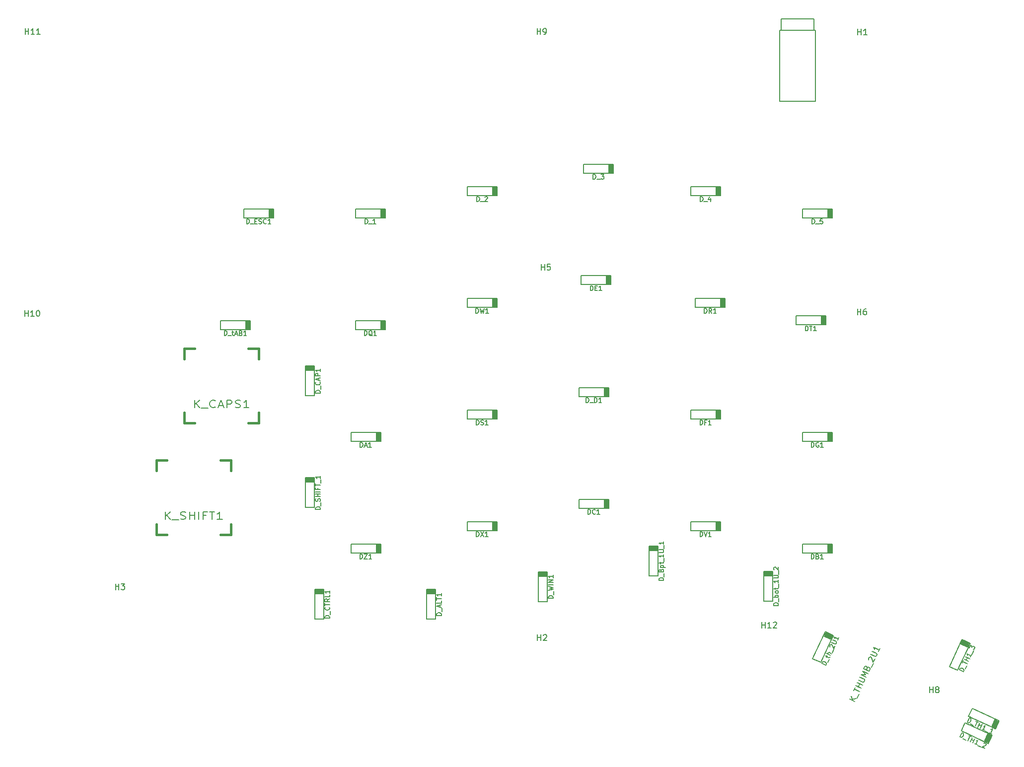
<source format=gbr>
G04 #@! TF.GenerationSoftware,KiCad,Pcbnew,(5.0.2)-1*
G04 #@! TF.CreationDate,2020-01-06T18:58:30+05:30*
G04 #@! TF.ProjectId,ergocape,6572676f-6361-4706-952e-6b696361645f,rev?*
G04 #@! TF.SameCoordinates,Original*
G04 #@! TF.FileFunction,Legend,Top*
G04 #@! TF.FilePolarity,Positive*
%FSLAX46Y46*%
G04 Gerber Fmt 4.6, Leading zero omitted, Abs format (unit mm)*
G04 Created by KiCad (PCBNEW (5.0.2)-1) date 1/6/2020 6:58:30 PM*
%MOMM*%
%LPD*%
G01*
G04 APERTURE LIST*
%ADD10C,0.150000*%
%ADD11C,0.381000*%
%ADD12C,0.203200*%
%ADD13C,0.200000*%
G04 APERTURE END LIST*
D10*
G04 #@! TO.C,D_1*
X80803750Y-49180750D02*
X85883750Y-49180750D01*
X85883750Y-49180750D02*
X85883750Y-47656750D01*
X85883750Y-47656750D02*
X80803750Y-47656750D01*
X80803750Y-47656750D02*
X80803750Y-49180750D01*
X80803750Y-49180750D02*
X81311750Y-49180750D01*
X85502750Y-49180750D02*
X85502750Y-47656750D01*
X85629750Y-47656750D02*
X85629750Y-49180750D01*
X85756750Y-49180750D02*
X85756750Y-47656750D01*
X85375750Y-47656750D02*
X85375750Y-49180750D01*
X85248750Y-49180750D02*
X85248750Y-47656750D01*
X85121750Y-49180750D02*
X85121750Y-47656750D01*
G04 #@! TO.C,D_2*
X99853750Y-45370750D02*
X104933750Y-45370750D01*
X104933750Y-45370750D02*
X104933750Y-43846750D01*
X104933750Y-43846750D02*
X99853750Y-43846750D01*
X99853750Y-43846750D02*
X99853750Y-45370750D01*
X99853750Y-45370750D02*
X100361750Y-45370750D01*
X104552750Y-45370750D02*
X104552750Y-43846750D01*
X104679750Y-43846750D02*
X104679750Y-45370750D01*
X104806750Y-45370750D02*
X104806750Y-43846750D01*
X104425750Y-43846750D02*
X104425750Y-45370750D01*
X104298750Y-45370750D02*
X104298750Y-43846750D01*
X104171750Y-45370750D02*
X104171750Y-43846750D01*
G04 #@! TO.C,D_3*
X124015500Y-41560750D02*
X124015500Y-40036750D01*
X124142500Y-41560750D02*
X124142500Y-40036750D01*
X124269500Y-40036750D02*
X124269500Y-41560750D01*
X124650500Y-41560750D02*
X124650500Y-40036750D01*
X124523500Y-40036750D02*
X124523500Y-41560750D01*
X124396500Y-41560750D02*
X124396500Y-40036750D01*
X119697500Y-41560750D02*
X120205500Y-41560750D01*
X119697500Y-40036750D02*
X119697500Y-41560750D01*
X124777500Y-40036750D02*
X119697500Y-40036750D01*
X124777500Y-41560750D02*
X124777500Y-40036750D01*
X119697500Y-41560750D02*
X124777500Y-41560750D01*
G04 #@! TO.C,D_4*
X137953750Y-45370750D02*
X143033750Y-45370750D01*
X143033750Y-45370750D02*
X143033750Y-43846750D01*
X143033750Y-43846750D02*
X137953750Y-43846750D01*
X137953750Y-43846750D02*
X137953750Y-45370750D01*
X137953750Y-45370750D02*
X138461750Y-45370750D01*
X142652750Y-45370750D02*
X142652750Y-43846750D01*
X142779750Y-43846750D02*
X142779750Y-45370750D01*
X142906750Y-45370750D02*
X142906750Y-43846750D01*
X142525750Y-43846750D02*
X142525750Y-45370750D01*
X142398750Y-45370750D02*
X142398750Y-43846750D01*
X142271750Y-45370750D02*
X142271750Y-43846750D01*
G04 #@! TO.C,D_5*
X161321750Y-49180750D02*
X161321750Y-47656750D01*
X161448750Y-49180750D02*
X161448750Y-47656750D01*
X161575750Y-47656750D02*
X161575750Y-49180750D01*
X161956750Y-49180750D02*
X161956750Y-47656750D01*
X161829750Y-47656750D02*
X161829750Y-49180750D01*
X161702750Y-49180750D02*
X161702750Y-47656750D01*
X157003750Y-49180750D02*
X157511750Y-49180750D01*
X157003750Y-47656750D02*
X157003750Y-49180750D01*
X162083750Y-47656750D02*
X157003750Y-47656750D01*
X162083750Y-49180750D02*
X162083750Y-47656750D01*
X157003750Y-49180750D02*
X162083750Y-49180750D01*
G04 #@! TO.C,D_ALT1*
X94424500Y-113315750D02*
X92900500Y-113315750D01*
X94424500Y-113188750D02*
X92900500Y-113188750D01*
X92900500Y-113061750D02*
X94424500Y-113061750D01*
X94424500Y-112680750D02*
X92900500Y-112680750D01*
X92900500Y-112807750D02*
X94424500Y-112807750D01*
X94424500Y-112934750D02*
X92900500Y-112934750D01*
X94424500Y-117633750D02*
X94424500Y-117125750D01*
X92900500Y-117633750D02*
X94424500Y-117633750D01*
X92900500Y-112553750D02*
X92900500Y-117633750D01*
X94424500Y-112553750D02*
X92900500Y-112553750D01*
X94424500Y-117633750D02*
X94424500Y-112553750D01*
G04 #@! TO.C,D_bot_1U_2*
X151892000Y-114554000D02*
X151892000Y-109474000D01*
X151892000Y-109474000D02*
X150368000Y-109474000D01*
X150368000Y-109474000D02*
X150368000Y-114554000D01*
X150368000Y-114554000D02*
X151892000Y-114554000D01*
X151892000Y-114554000D02*
X151892000Y-114046000D01*
X151892000Y-109855000D02*
X150368000Y-109855000D01*
X150368000Y-109728000D02*
X151892000Y-109728000D01*
X151892000Y-109601000D02*
X150368000Y-109601000D01*
X150368000Y-109982000D02*
X151892000Y-109982000D01*
X151892000Y-110109000D02*
X150368000Y-110109000D01*
X151892000Y-110236000D02*
X150368000Y-110236000D01*
G04 #@! TO.C,D_Bpt_1U_1*
X132334000Y-110236000D02*
X132334000Y-105156000D01*
X132334000Y-105156000D02*
X130810000Y-105156000D01*
X130810000Y-105156000D02*
X130810000Y-110236000D01*
X130810000Y-110236000D02*
X132334000Y-110236000D01*
X132334000Y-110236000D02*
X132334000Y-109728000D01*
X132334000Y-105537000D02*
X130810000Y-105537000D01*
X130810000Y-105410000D02*
X132334000Y-105410000D01*
X132334000Y-105283000D02*
X130810000Y-105283000D01*
X130810000Y-105664000D02*
X132334000Y-105664000D01*
X132334000Y-105791000D02*
X130810000Y-105791000D01*
X132334000Y-105918000D02*
X130810000Y-105918000D01*
G04 #@! TO.C,D_CAP1*
X73787000Y-79533750D02*
X73787000Y-74453750D01*
X73787000Y-74453750D02*
X72263000Y-74453750D01*
X72263000Y-74453750D02*
X72263000Y-79533750D01*
X72263000Y-79533750D02*
X73787000Y-79533750D01*
X73787000Y-79533750D02*
X73787000Y-79025750D01*
X73787000Y-74834750D02*
X72263000Y-74834750D01*
X72263000Y-74707750D02*
X73787000Y-74707750D01*
X73787000Y-74580750D02*
X72263000Y-74580750D01*
X72263000Y-74961750D02*
X73787000Y-74961750D01*
X73787000Y-75088750D02*
X72263000Y-75088750D01*
X73787000Y-75215750D02*
X72263000Y-75215750D01*
G04 #@! TO.C,D_CTRL1*
X75374500Y-113315750D02*
X73850500Y-113315750D01*
X75374500Y-113188750D02*
X73850500Y-113188750D01*
X73850500Y-113061750D02*
X75374500Y-113061750D01*
X75374500Y-112680750D02*
X73850500Y-112680750D01*
X73850500Y-112807750D02*
X75374500Y-112807750D01*
X75374500Y-112934750D02*
X73850500Y-112934750D01*
X75374500Y-117633750D02*
X75374500Y-117125750D01*
X73850500Y-117633750D02*
X75374500Y-117633750D01*
X73850500Y-112553750D02*
X73850500Y-117633750D01*
X75374500Y-112553750D02*
X73850500Y-112553750D01*
X75374500Y-117633750D02*
X75374500Y-112553750D01*
G04 #@! TO.C,D_D1*
X118903750Y-79660750D02*
X123983750Y-79660750D01*
X123983750Y-79660750D02*
X123983750Y-78136750D01*
X123983750Y-78136750D02*
X118903750Y-78136750D01*
X118903750Y-78136750D02*
X118903750Y-79660750D01*
X118903750Y-79660750D02*
X119411750Y-79660750D01*
X123602750Y-79660750D02*
X123602750Y-78136750D01*
X123729750Y-78136750D02*
X123729750Y-79660750D01*
X123856750Y-79660750D02*
X123856750Y-78136750D01*
X123475750Y-78136750D02*
X123475750Y-79660750D01*
X123348750Y-79660750D02*
X123348750Y-78136750D01*
X123221750Y-79660750D02*
X123221750Y-78136750D01*
G04 #@! TO.C,D_ESC1*
X66071750Y-49180750D02*
X66071750Y-47656750D01*
X66198750Y-49180750D02*
X66198750Y-47656750D01*
X66325750Y-47656750D02*
X66325750Y-49180750D01*
X66706750Y-49180750D02*
X66706750Y-47656750D01*
X66579750Y-47656750D02*
X66579750Y-49180750D01*
X66452750Y-49180750D02*
X66452750Y-47656750D01*
X61753750Y-49180750D02*
X62261750Y-49180750D01*
X61753750Y-47656750D02*
X61753750Y-49180750D01*
X66833750Y-47656750D02*
X61753750Y-47656750D01*
X66833750Y-49180750D02*
X66833750Y-47656750D01*
X61753750Y-49180750D02*
X66833750Y-49180750D01*
G04 #@! TO.C,D_SHIFT_1*
X73787000Y-94265750D02*
X72263000Y-94265750D01*
X73787000Y-94138750D02*
X72263000Y-94138750D01*
X72263000Y-94011750D02*
X73787000Y-94011750D01*
X73787000Y-93630750D02*
X72263000Y-93630750D01*
X72263000Y-93757750D02*
X73787000Y-93757750D01*
X73787000Y-93884750D02*
X72263000Y-93884750D01*
X73787000Y-98583750D02*
X73787000Y-98075750D01*
X72263000Y-98583750D02*
X73787000Y-98583750D01*
X72263000Y-93503750D02*
X72263000Y-98583750D01*
X73787000Y-93503750D02*
X72263000Y-93503750D01*
X73787000Y-98583750D02*
X73787000Y-93503750D01*
G04 #@! TO.C,D_tAB1*
X62103000Y-68230750D02*
X62103000Y-66706750D01*
X62230000Y-68230750D02*
X62230000Y-66706750D01*
X62357000Y-66706750D02*
X62357000Y-68230750D01*
X62738000Y-68230750D02*
X62738000Y-66706750D01*
X62611000Y-66706750D02*
X62611000Y-68230750D01*
X62484000Y-68230750D02*
X62484000Y-66706750D01*
X57785000Y-68230750D02*
X58293000Y-68230750D01*
X57785000Y-66706750D02*
X57785000Y-68230750D01*
X62865000Y-66706750D02*
X57785000Y-66706750D01*
X62865000Y-68230750D02*
X62865000Y-66706750D01*
X57785000Y-68230750D02*
X62865000Y-68230750D01*
G04 #@! TO.C,D_TH1_1*
X185310791Y-134192756D02*
X189914835Y-136339657D01*
X189914835Y-136339657D02*
X190558905Y-134958444D01*
X190558905Y-134958444D02*
X185954861Y-132811543D01*
X185954861Y-132811543D02*
X185310791Y-134192756D01*
X185310791Y-134192756D02*
X185771195Y-134407446D01*
X189569530Y-136178639D02*
X190213602Y-134797426D01*
X190328703Y-134851099D02*
X189684632Y-136232312D01*
X189799734Y-136285983D02*
X190443804Y-134904771D01*
X190098501Y-134743754D02*
X189454430Y-136124967D01*
X189339329Y-136071294D02*
X189983399Y-134690081D01*
X189224228Y-136017622D02*
X189868298Y-134636409D01*
G04 #@! TO.C,D_TH1_2*
X187974459Y-138517075D02*
X188618529Y-137135862D01*
X188089560Y-138570747D02*
X188733630Y-137189534D01*
X188848732Y-137243207D02*
X188204661Y-138624420D01*
X188549965Y-138785436D02*
X189194035Y-137404224D01*
X189078934Y-137350552D02*
X188434863Y-138731765D01*
X188319761Y-138678092D02*
X188963833Y-137296879D01*
X184061022Y-136692209D02*
X184521426Y-136906899D01*
X184705092Y-135310996D02*
X184061022Y-136692209D01*
X189309136Y-137457897D02*
X184705092Y-135310996D01*
X188665066Y-138839110D02*
X189309136Y-137457897D01*
X184061022Y-136692209D02*
X188665066Y-138839110D01*
G04 #@! TO.C,D_th_2U1*
X160120004Y-125007657D02*
X162266905Y-120403613D01*
X162266905Y-120403613D02*
X160885692Y-119759543D01*
X160885692Y-119759543D02*
X158738791Y-124363587D01*
X158738791Y-124363587D02*
X160120004Y-125007657D01*
X160120004Y-125007657D02*
X160334694Y-124547253D01*
X162105887Y-120748918D02*
X160724674Y-120104846D01*
X160778347Y-119989745D02*
X162159560Y-120633816D01*
X162213231Y-120518714D02*
X160832019Y-119874644D01*
X160671002Y-120219947D02*
X162052215Y-120864018D01*
X161998542Y-120979119D02*
X160617329Y-120335049D01*
X161944870Y-121094220D02*
X160563657Y-120450150D01*
G04 #@! TO.C,D_WIN1*
X113474500Y-114617500D02*
X113474500Y-109537500D01*
X113474500Y-109537500D02*
X111950500Y-109537500D01*
X111950500Y-109537500D02*
X111950500Y-114617500D01*
X111950500Y-114617500D02*
X113474500Y-114617500D01*
X113474500Y-114617500D02*
X113474500Y-114109500D01*
X113474500Y-109918500D02*
X111950500Y-109918500D01*
X111950500Y-109791500D02*
X113474500Y-109791500D01*
X113474500Y-109664500D02*
X111950500Y-109664500D01*
X111950500Y-110045500D02*
X113474500Y-110045500D01*
X113474500Y-110172500D02*
X111950500Y-110172500D01*
X113474500Y-110299500D02*
X111950500Y-110299500D01*
G04 #@! TO.C,DA1*
X80010000Y-87280750D02*
X85090000Y-87280750D01*
X85090000Y-87280750D02*
X85090000Y-85756750D01*
X85090000Y-85756750D02*
X80010000Y-85756750D01*
X80010000Y-85756750D02*
X80010000Y-87280750D01*
X80010000Y-87280750D02*
X80518000Y-87280750D01*
X84709000Y-87280750D02*
X84709000Y-85756750D01*
X84836000Y-85756750D02*
X84836000Y-87280750D01*
X84963000Y-87280750D02*
X84963000Y-85756750D01*
X84582000Y-85756750D02*
X84582000Y-87280750D01*
X84455000Y-87280750D02*
X84455000Y-85756750D01*
X84328000Y-87280750D02*
X84328000Y-85756750D01*
G04 #@! TO.C,DB1*
X157003750Y-106330750D02*
X162083750Y-106330750D01*
X162083750Y-106330750D02*
X162083750Y-104806750D01*
X162083750Y-104806750D02*
X157003750Y-104806750D01*
X157003750Y-104806750D02*
X157003750Y-106330750D01*
X157003750Y-106330750D02*
X157511750Y-106330750D01*
X161702750Y-106330750D02*
X161702750Y-104806750D01*
X161829750Y-104806750D02*
X161829750Y-106330750D01*
X161956750Y-106330750D02*
X161956750Y-104806750D01*
X161575750Y-104806750D02*
X161575750Y-106330750D01*
X161448750Y-106330750D02*
X161448750Y-104806750D01*
X161321750Y-106330750D02*
X161321750Y-104806750D01*
G04 #@! TO.C,DC1*
X123221750Y-98710750D02*
X123221750Y-97186750D01*
X123348750Y-98710750D02*
X123348750Y-97186750D01*
X123475750Y-97186750D02*
X123475750Y-98710750D01*
X123856750Y-98710750D02*
X123856750Y-97186750D01*
X123729750Y-97186750D02*
X123729750Y-98710750D01*
X123602750Y-98710750D02*
X123602750Y-97186750D01*
X118903750Y-98710750D02*
X119411750Y-98710750D01*
X118903750Y-97186750D02*
X118903750Y-98710750D01*
X123983750Y-97186750D02*
X118903750Y-97186750D01*
X123983750Y-98710750D02*
X123983750Y-97186750D01*
X118903750Y-98710750D02*
X123983750Y-98710750D01*
G04 #@! TO.C,DE1*
X123571000Y-60579000D02*
X123571000Y-59055000D01*
X123698000Y-60579000D02*
X123698000Y-59055000D01*
X123825000Y-59055000D02*
X123825000Y-60579000D01*
X124206000Y-60579000D02*
X124206000Y-59055000D01*
X124079000Y-59055000D02*
X124079000Y-60579000D01*
X123952000Y-60579000D02*
X123952000Y-59055000D01*
X119253000Y-60579000D02*
X119761000Y-60579000D01*
X119253000Y-59055000D02*
X119253000Y-60579000D01*
X124333000Y-59055000D02*
X119253000Y-59055000D01*
X124333000Y-60579000D02*
X124333000Y-59055000D01*
X119253000Y-60579000D02*
X124333000Y-60579000D01*
G04 #@! TO.C,DF1*
X142271750Y-83470750D02*
X142271750Y-81946750D01*
X142398750Y-83470750D02*
X142398750Y-81946750D01*
X142525750Y-81946750D02*
X142525750Y-83470750D01*
X142906750Y-83470750D02*
X142906750Y-81946750D01*
X142779750Y-81946750D02*
X142779750Y-83470750D01*
X142652750Y-83470750D02*
X142652750Y-81946750D01*
X137953750Y-83470750D02*
X138461750Y-83470750D01*
X137953750Y-81946750D02*
X137953750Y-83470750D01*
X143033750Y-81946750D02*
X137953750Y-81946750D01*
X143033750Y-83470750D02*
X143033750Y-81946750D01*
X137953750Y-83470750D02*
X143033750Y-83470750D01*
G04 #@! TO.C,DG1*
X161321750Y-87280750D02*
X161321750Y-85756750D01*
X161448750Y-87280750D02*
X161448750Y-85756750D01*
X161575750Y-85756750D02*
X161575750Y-87280750D01*
X161956750Y-87280750D02*
X161956750Y-85756750D01*
X161829750Y-85756750D02*
X161829750Y-87280750D01*
X161702750Y-87280750D02*
X161702750Y-85756750D01*
X157003750Y-87280750D02*
X157511750Y-87280750D01*
X157003750Y-85756750D02*
X157003750Y-87280750D01*
X162083750Y-85756750D02*
X157003750Y-85756750D01*
X162083750Y-87280750D02*
X162083750Y-85756750D01*
X157003750Y-87280750D02*
X162083750Y-87280750D01*
G04 #@! TO.C,DQ1*
X80803750Y-68230750D02*
X85883750Y-68230750D01*
X85883750Y-68230750D02*
X85883750Y-66706750D01*
X85883750Y-66706750D02*
X80803750Y-66706750D01*
X80803750Y-66706750D02*
X80803750Y-68230750D01*
X80803750Y-68230750D02*
X81311750Y-68230750D01*
X85502750Y-68230750D02*
X85502750Y-66706750D01*
X85629750Y-66706750D02*
X85629750Y-68230750D01*
X85756750Y-68230750D02*
X85756750Y-66706750D01*
X85375750Y-66706750D02*
X85375750Y-68230750D01*
X85248750Y-68230750D02*
X85248750Y-66706750D01*
X85121750Y-68230750D02*
X85121750Y-66706750D01*
G04 #@! TO.C,DR1*
X138747500Y-64420750D02*
X143827500Y-64420750D01*
X143827500Y-64420750D02*
X143827500Y-62896750D01*
X143827500Y-62896750D02*
X138747500Y-62896750D01*
X138747500Y-62896750D02*
X138747500Y-64420750D01*
X138747500Y-64420750D02*
X139255500Y-64420750D01*
X143446500Y-64420750D02*
X143446500Y-62896750D01*
X143573500Y-62896750D02*
X143573500Y-64420750D01*
X143700500Y-64420750D02*
X143700500Y-62896750D01*
X143319500Y-62896750D02*
X143319500Y-64420750D01*
X143192500Y-64420750D02*
X143192500Y-62896750D01*
X143065500Y-64420750D02*
X143065500Y-62896750D01*
G04 #@! TO.C,DS1*
X104171750Y-83470750D02*
X104171750Y-81946750D01*
X104298750Y-83470750D02*
X104298750Y-81946750D01*
X104425750Y-81946750D02*
X104425750Y-83470750D01*
X104806750Y-83470750D02*
X104806750Y-81946750D01*
X104679750Y-81946750D02*
X104679750Y-83470750D01*
X104552750Y-83470750D02*
X104552750Y-81946750D01*
X99853750Y-83470750D02*
X100361750Y-83470750D01*
X99853750Y-81946750D02*
X99853750Y-83470750D01*
X104933750Y-81946750D02*
X99853750Y-81946750D01*
X104933750Y-83470750D02*
X104933750Y-81946750D01*
X99853750Y-83470750D02*
X104933750Y-83470750D01*
G04 #@! TO.C,DT1*
X160210500Y-67437000D02*
X160210500Y-65913000D01*
X160337500Y-67437000D02*
X160337500Y-65913000D01*
X160464500Y-65913000D02*
X160464500Y-67437000D01*
X160845500Y-67437000D02*
X160845500Y-65913000D01*
X160718500Y-65913000D02*
X160718500Y-67437000D01*
X160591500Y-67437000D02*
X160591500Y-65913000D01*
X155892500Y-67437000D02*
X156400500Y-67437000D01*
X155892500Y-65913000D02*
X155892500Y-67437000D01*
X160972500Y-65913000D02*
X155892500Y-65913000D01*
X160972500Y-67437000D02*
X160972500Y-65913000D01*
X155892500Y-67437000D02*
X160972500Y-67437000D01*
G04 #@! TO.C,DV1*
X142271750Y-102520750D02*
X142271750Y-100996750D01*
X142398750Y-102520750D02*
X142398750Y-100996750D01*
X142525750Y-100996750D02*
X142525750Y-102520750D01*
X142906750Y-102520750D02*
X142906750Y-100996750D01*
X142779750Y-100996750D02*
X142779750Y-102520750D01*
X142652750Y-102520750D02*
X142652750Y-100996750D01*
X137953750Y-102520750D02*
X138461750Y-102520750D01*
X137953750Y-100996750D02*
X137953750Y-102520750D01*
X143033750Y-100996750D02*
X137953750Y-100996750D01*
X143033750Y-102520750D02*
X143033750Y-100996750D01*
X137953750Y-102520750D02*
X143033750Y-102520750D01*
G04 #@! TO.C,DW1*
X99853750Y-64420750D02*
X104933750Y-64420750D01*
X104933750Y-64420750D02*
X104933750Y-62896750D01*
X104933750Y-62896750D02*
X99853750Y-62896750D01*
X99853750Y-62896750D02*
X99853750Y-64420750D01*
X99853750Y-64420750D02*
X100361750Y-64420750D01*
X104552750Y-64420750D02*
X104552750Y-62896750D01*
X104679750Y-62896750D02*
X104679750Y-64420750D01*
X104806750Y-64420750D02*
X104806750Y-62896750D01*
X104425750Y-62896750D02*
X104425750Y-64420750D01*
X104298750Y-64420750D02*
X104298750Y-62896750D01*
X104171750Y-64420750D02*
X104171750Y-62896750D01*
G04 #@! TO.C,DX1*
X104171750Y-102520750D02*
X104171750Y-100996750D01*
X104298750Y-102520750D02*
X104298750Y-100996750D01*
X104425750Y-100996750D02*
X104425750Y-102520750D01*
X104806750Y-102520750D02*
X104806750Y-100996750D01*
X104679750Y-100996750D02*
X104679750Y-102520750D01*
X104552750Y-102520750D02*
X104552750Y-100996750D01*
X99853750Y-102520750D02*
X100361750Y-102520750D01*
X99853750Y-100996750D02*
X99853750Y-102520750D01*
X104933750Y-100996750D02*
X99853750Y-100996750D01*
X104933750Y-102520750D02*
X104933750Y-100996750D01*
X99853750Y-102520750D02*
X104933750Y-102520750D01*
G04 #@! TO.C,DZ1*
X80010000Y-106330750D02*
X85090000Y-106330750D01*
X85090000Y-106330750D02*
X85090000Y-104806750D01*
X85090000Y-104806750D02*
X80010000Y-104806750D01*
X80010000Y-104806750D02*
X80010000Y-106330750D01*
X80010000Y-106330750D02*
X80518000Y-106330750D01*
X84709000Y-106330750D02*
X84709000Y-104806750D01*
X84836000Y-104806750D02*
X84836000Y-106330750D01*
X84963000Y-106330750D02*
X84963000Y-104806750D01*
X84582000Y-104806750D02*
X84582000Y-106330750D01*
X84455000Y-106330750D02*
X84455000Y-104806750D01*
X84328000Y-106330750D02*
X84328000Y-104806750D01*
D11*
G04 #@! TO.C,K_CAPS1*
X51593750Y-71437500D02*
X53371750Y-71437500D01*
X62515750Y-71437500D02*
X64293750Y-71437500D01*
X64293750Y-71437500D02*
X64293750Y-73215500D01*
X64293750Y-82359500D02*
X64293750Y-84137500D01*
X64293750Y-84137500D02*
X62515750Y-84137500D01*
X53371750Y-84137500D02*
X51593750Y-84137500D01*
X51593750Y-84137500D02*
X51593750Y-82359500D01*
X51593750Y-73215500D02*
X51593750Y-71437500D01*
G04 #@! TO.C,K_SHIFT1*
X46831250Y-90487500D02*
X48609250Y-90487500D01*
X57753250Y-90487500D02*
X59531250Y-90487500D01*
X59531250Y-90487500D02*
X59531250Y-92265500D01*
X59531250Y-101409500D02*
X59531250Y-103187500D01*
X59531250Y-103187500D02*
X57753250Y-103187500D01*
X48609250Y-103187500D02*
X46831250Y-103187500D01*
X46831250Y-103187500D02*
X46831250Y-101409500D01*
X46831250Y-92265500D02*
X46831250Y-90487500D01*
D10*
G04 #@! TO.C,D_TH1_3*
X185279497Y-122454203D02*
X183898284Y-121810133D01*
X185333169Y-122339102D02*
X183951956Y-121695032D01*
X184005629Y-121579930D02*
X185386842Y-122224001D01*
X185547859Y-121878697D02*
X184166646Y-121234627D01*
X184112974Y-121349728D02*
X185494187Y-121993799D01*
X185440514Y-122108900D02*
X184059301Y-121464829D01*
X183454631Y-126367640D02*
X183669321Y-125907236D01*
X182073418Y-125723570D02*
X183454631Y-126367640D01*
X184220319Y-121119526D02*
X182073418Y-125723570D01*
X185601532Y-121763596D02*
X184220319Y-121119526D01*
X183454631Y-126367640D02*
X185601532Y-121763596D01*
G04 #@! TO.C,J2*
X158962120Y-15228730D02*
X153362120Y-15228730D01*
X153362120Y-17228730D02*
X153362120Y-15228730D01*
X158962120Y-17228730D02*
X158962120Y-15228730D01*
X153112120Y-17228730D02*
X153112120Y-29328730D01*
X159212120Y-17228730D02*
X159212120Y-29328730D01*
X159212120Y-29328730D02*
X153112120Y-29328730D01*
X159212120Y-17228730D02*
X153112120Y-17228730D01*
G04 #@! TO.C,D_1*
X82423111Y-50180654D02*
X82423111Y-49380654D01*
X82613588Y-49380654D01*
X82727873Y-49418750D01*
X82804064Y-49494940D01*
X82842159Y-49571130D01*
X82880254Y-49723511D01*
X82880254Y-49837797D01*
X82842159Y-49990178D01*
X82804064Y-50066369D01*
X82727873Y-50142559D01*
X82613588Y-50180654D01*
X82423111Y-50180654D01*
X83032635Y-50256845D02*
X83642159Y-50256845D01*
X84251683Y-50180654D02*
X83794540Y-50180654D01*
X84023111Y-50180654D02*
X84023111Y-49380654D01*
X83946921Y-49494940D01*
X83870730Y-49571130D01*
X83794540Y-49609226D01*
G04 #@! TO.C,D_2*
X101473111Y-46370654D02*
X101473111Y-45570654D01*
X101663588Y-45570654D01*
X101777873Y-45608750D01*
X101854064Y-45684940D01*
X101892159Y-45761130D01*
X101930254Y-45913511D01*
X101930254Y-46027797D01*
X101892159Y-46180178D01*
X101854064Y-46256369D01*
X101777873Y-46332559D01*
X101663588Y-46370654D01*
X101473111Y-46370654D01*
X102082635Y-46446845D02*
X102692159Y-46446845D01*
X102844540Y-45646845D02*
X102882635Y-45608750D01*
X102958826Y-45570654D01*
X103149302Y-45570654D01*
X103225492Y-45608750D01*
X103263588Y-45646845D01*
X103301683Y-45723035D01*
X103301683Y-45799226D01*
X103263588Y-45913511D01*
X102806445Y-46370654D01*
X103301683Y-46370654D01*
G04 #@! TO.C,D_3*
X121316861Y-42560654D02*
X121316861Y-41760654D01*
X121507338Y-41760654D01*
X121621623Y-41798750D01*
X121697814Y-41874940D01*
X121735909Y-41951130D01*
X121774004Y-42103511D01*
X121774004Y-42217797D01*
X121735909Y-42370178D01*
X121697814Y-42446369D01*
X121621623Y-42522559D01*
X121507338Y-42560654D01*
X121316861Y-42560654D01*
X121926385Y-42636845D02*
X122535909Y-42636845D01*
X122650195Y-41760654D02*
X123145433Y-41760654D01*
X122878766Y-42065416D01*
X122993052Y-42065416D01*
X123069242Y-42103511D01*
X123107338Y-42141607D01*
X123145433Y-42217797D01*
X123145433Y-42408273D01*
X123107338Y-42484464D01*
X123069242Y-42522559D01*
X122993052Y-42560654D01*
X122764480Y-42560654D01*
X122688290Y-42522559D01*
X122650195Y-42484464D01*
G04 #@! TO.C,D_4*
X139573111Y-46370654D02*
X139573111Y-45570654D01*
X139763588Y-45570654D01*
X139877873Y-45608750D01*
X139954064Y-45684940D01*
X139992159Y-45761130D01*
X140030254Y-45913511D01*
X140030254Y-46027797D01*
X139992159Y-46180178D01*
X139954064Y-46256369D01*
X139877873Y-46332559D01*
X139763588Y-46370654D01*
X139573111Y-46370654D01*
X140182635Y-46446845D02*
X140792159Y-46446845D01*
X141325492Y-45837321D02*
X141325492Y-46370654D01*
X141135016Y-45532559D02*
X140944540Y-46103988D01*
X141439778Y-46103988D01*
G04 #@! TO.C,D_5*
X158623111Y-50180654D02*
X158623111Y-49380654D01*
X158813588Y-49380654D01*
X158927873Y-49418750D01*
X159004064Y-49494940D01*
X159042159Y-49571130D01*
X159080254Y-49723511D01*
X159080254Y-49837797D01*
X159042159Y-49990178D01*
X159004064Y-50066369D01*
X158927873Y-50142559D01*
X158813588Y-50180654D01*
X158623111Y-50180654D01*
X159232635Y-50256845D02*
X159842159Y-50256845D01*
X160413588Y-49380654D02*
X160032635Y-49380654D01*
X159994540Y-49761607D01*
X160032635Y-49723511D01*
X160108826Y-49685416D01*
X160299302Y-49685416D01*
X160375492Y-49723511D01*
X160413588Y-49761607D01*
X160451683Y-49837797D01*
X160451683Y-50028273D01*
X160413588Y-50104464D01*
X160375492Y-50142559D01*
X160299302Y-50180654D01*
X160108826Y-50180654D01*
X160032635Y-50142559D01*
X159994540Y-50104464D01*
G04 #@! TO.C,D_ALT1*
X95424404Y-116985816D02*
X94624404Y-116985816D01*
X94624404Y-116795340D01*
X94662500Y-116681054D01*
X94738690Y-116604864D01*
X94814880Y-116566769D01*
X94967261Y-116528673D01*
X95081547Y-116528673D01*
X95233928Y-116566769D01*
X95310119Y-116604864D01*
X95386309Y-116681054D01*
X95424404Y-116795340D01*
X95424404Y-116985816D01*
X95500595Y-116376292D02*
X95500595Y-115766769D01*
X95195833Y-115614388D02*
X95195833Y-115233435D01*
X95424404Y-115690578D02*
X94624404Y-115423911D01*
X95424404Y-115157245D01*
X95424404Y-114509626D02*
X95424404Y-114890578D01*
X94624404Y-114890578D01*
X94624404Y-114357245D02*
X94624404Y-113900102D01*
X95424404Y-114128673D02*
X94624404Y-114128673D01*
X95424404Y-113214388D02*
X95424404Y-113671530D01*
X95424404Y-113442959D02*
X94624404Y-113442959D01*
X94738690Y-113519150D01*
X94814880Y-113595340D01*
X94852976Y-113671530D01*
G04 #@! TO.C,D_bot_1U_2*
X152891904Y-115296542D02*
X152091904Y-115296542D01*
X152091904Y-115106066D01*
X152130000Y-114991780D01*
X152206190Y-114915590D01*
X152282380Y-114877495D01*
X152434761Y-114839400D01*
X152549047Y-114839400D01*
X152701428Y-114877495D01*
X152777619Y-114915590D01*
X152853809Y-114991780D01*
X152891904Y-115106066D01*
X152891904Y-115296542D01*
X152968095Y-114687019D02*
X152968095Y-114077495D01*
X152891904Y-113887019D02*
X152091904Y-113887019D01*
X152396666Y-113887019D02*
X152358571Y-113810828D01*
X152358571Y-113658447D01*
X152396666Y-113582257D01*
X152434761Y-113544161D01*
X152510952Y-113506066D01*
X152739523Y-113506066D01*
X152815714Y-113544161D01*
X152853809Y-113582257D01*
X152891904Y-113658447D01*
X152891904Y-113810828D01*
X152853809Y-113887019D01*
X152891904Y-113048923D02*
X152853809Y-113125114D01*
X152815714Y-113163209D01*
X152739523Y-113201304D01*
X152510952Y-113201304D01*
X152434761Y-113163209D01*
X152396666Y-113125114D01*
X152358571Y-113048923D01*
X152358571Y-112934638D01*
X152396666Y-112858447D01*
X152434761Y-112820352D01*
X152510952Y-112782257D01*
X152739523Y-112782257D01*
X152815714Y-112820352D01*
X152853809Y-112858447D01*
X152891904Y-112934638D01*
X152891904Y-113048923D01*
X152358571Y-112553685D02*
X152358571Y-112248923D01*
X152091904Y-112439400D02*
X152777619Y-112439400D01*
X152853809Y-112401304D01*
X152891904Y-112325114D01*
X152891904Y-112248923D01*
X152968095Y-112172733D02*
X152968095Y-111563209D01*
X152891904Y-110953685D02*
X152891904Y-111410828D01*
X152891904Y-111182257D02*
X152091904Y-111182257D01*
X152206190Y-111258447D01*
X152282380Y-111334638D01*
X152320476Y-111410828D01*
X152091904Y-110610828D02*
X152739523Y-110610828D01*
X152815714Y-110572733D01*
X152853809Y-110534638D01*
X152891904Y-110458447D01*
X152891904Y-110306066D01*
X152853809Y-110229876D01*
X152815714Y-110191780D01*
X152739523Y-110153685D01*
X152091904Y-110153685D01*
X152968095Y-109963209D02*
X152968095Y-109353685D01*
X152168095Y-109201304D02*
X152130000Y-109163209D01*
X152091904Y-109087019D01*
X152091904Y-108896542D01*
X152130000Y-108820352D01*
X152168095Y-108782257D01*
X152244285Y-108744161D01*
X152320476Y-108744161D01*
X152434761Y-108782257D01*
X152891904Y-109239400D01*
X152891904Y-108744161D01*
G04 #@! TO.C,D_Bpt_1U_1*
X133333904Y-111016638D02*
X132533904Y-111016638D01*
X132533904Y-110826161D01*
X132572000Y-110711876D01*
X132648190Y-110635685D01*
X132724380Y-110597590D01*
X132876761Y-110559495D01*
X132991047Y-110559495D01*
X133143428Y-110597590D01*
X133219619Y-110635685D01*
X133295809Y-110711876D01*
X133333904Y-110826161D01*
X133333904Y-111016638D01*
X133410095Y-110407114D02*
X133410095Y-109797590D01*
X132914857Y-109340447D02*
X132952952Y-109226161D01*
X132991047Y-109188066D01*
X133067238Y-109149971D01*
X133181523Y-109149971D01*
X133257714Y-109188066D01*
X133295809Y-109226161D01*
X133333904Y-109302352D01*
X133333904Y-109607114D01*
X132533904Y-109607114D01*
X132533904Y-109340447D01*
X132572000Y-109264257D01*
X132610095Y-109226161D01*
X132686285Y-109188066D01*
X132762476Y-109188066D01*
X132838666Y-109226161D01*
X132876761Y-109264257D01*
X132914857Y-109340447D01*
X132914857Y-109607114D01*
X132800571Y-108807114D02*
X133600571Y-108807114D01*
X132838666Y-108807114D02*
X132800571Y-108730923D01*
X132800571Y-108578542D01*
X132838666Y-108502352D01*
X132876761Y-108464257D01*
X132952952Y-108426161D01*
X133181523Y-108426161D01*
X133257714Y-108464257D01*
X133295809Y-108502352D01*
X133333904Y-108578542D01*
X133333904Y-108730923D01*
X133295809Y-108807114D01*
X132800571Y-108197590D02*
X132800571Y-107892828D01*
X132533904Y-108083304D02*
X133219619Y-108083304D01*
X133295809Y-108045209D01*
X133333904Y-107969019D01*
X133333904Y-107892828D01*
X133410095Y-107816638D02*
X133410095Y-107207114D01*
X133333904Y-106597590D02*
X133333904Y-107054733D01*
X133333904Y-106826161D02*
X132533904Y-106826161D01*
X132648190Y-106902352D01*
X132724380Y-106978542D01*
X132762476Y-107054733D01*
X132533904Y-106254733D02*
X133181523Y-106254733D01*
X133257714Y-106216638D01*
X133295809Y-106178542D01*
X133333904Y-106102352D01*
X133333904Y-105949971D01*
X133295809Y-105873780D01*
X133257714Y-105835685D01*
X133181523Y-105797590D01*
X132533904Y-105797590D01*
X133410095Y-105607114D02*
X133410095Y-104997590D01*
X133333904Y-104388066D02*
X133333904Y-104845209D01*
X133333904Y-104616638D02*
X132533904Y-104616638D01*
X132648190Y-104692828D01*
X132724380Y-104769019D01*
X132762476Y-104845209D01*
G04 #@! TO.C,D_CAP1*
X74786904Y-79057245D02*
X73986904Y-79057245D01*
X73986904Y-78866769D01*
X74025000Y-78752483D01*
X74101190Y-78676292D01*
X74177380Y-78638197D01*
X74329761Y-78600102D01*
X74444047Y-78600102D01*
X74596428Y-78638197D01*
X74672619Y-78676292D01*
X74748809Y-78752483D01*
X74786904Y-78866769D01*
X74786904Y-79057245D01*
X74863095Y-78447721D02*
X74863095Y-77838197D01*
X74710714Y-77190578D02*
X74748809Y-77228673D01*
X74786904Y-77342959D01*
X74786904Y-77419150D01*
X74748809Y-77533435D01*
X74672619Y-77609626D01*
X74596428Y-77647721D01*
X74444047Y-77685816D01*
X74329761Y-77685816D01*
X74177380Y-77647721D01*
X74101190Y-77609626D01*
X74025000Y-77533435D01*
X73986904Y-77419150D01*
X73986904Y-77342959D01*
X74025000Y-77228673D01*
X74063095Y-77190578D01*
X74558333Y-76885816D02*
X74558333Y-76504864D01*
X74786904Y-76962007D02*
X73986904Y-76695340D01*
X74786904Y-76428673D01*
X74786904Y-76162007D02*
X73986904Y-76162007D01*
X73986904Y-75857245D01*
X74025000Y-75781054D01*
X74063095Y-75742959D01*
X74139285Y-75704864D01*
X74253571Y-75704864D01*
X74329761Y-75742959D01*
X74367857Y-75781054D01*
X74405952Y-75857245D01*
X74405952Y-76162007D01*
X74786904Y-74942959D02*
X74786904Y-75400102D01*
X74786904Y-75171530D02*
X73986904Y-75171530D01*
X74101190Y-75247721D01*
X74177380Y-75323911D01*
X74215476Y-75400102D01*
G04 #@! TO.C,D_CTRL1*
X76374404Y-117442959D02*
X75574404Y-117442959D01*
X75574404Y-117252483D01*
X75612500Y-117138197D01*
X75688690Y-117062007D01*
X75764880Y-117023911D01*
X75917261Y-116985816D01*
X76031547Y-116985816D01*
X76183928Y-117023911D01*
X76260119Y-117062007D01*
X76336309Y-117138197D01*
X76374404Y-117252483D01*
X76374404Y-117442959D01*
X76450595Y-116833435D02*
X76450595Y-116223911D01*
X76298214Y-115576292D02*
X76336309Y-115614388D01*
X76374404Y-115728673D01*
X76374404Y-115804864D01*
X76336309Y-115919150D01*
X76260119Y-115995340D01*
X76183928Y-116033435D01*
X76031547Y-116071530D01*
X75917261Y-116071530D01*
X75764880Y-116033435D01*
X75688690Y-115995340D01*
X75612500Y-115919150D01*
X75574404Y-115804864D01*
X75574404Y-115728673D01*
X75612500Y-115614388D01*
X75650595Y-115576292D01*
X75574404Y-115347721D02*
X75574404Y-114890578D01*
X76374404Y-115119150D02*
X75574404Y-115119150D01*
X76374404Y-114166769D02*
X75993452Y-114433435D01*
X76374404Y-114623911D02*
X75574404Y-114623911D01*
X75574404Y-114319150D01*
X75612500Y-114242959D01*
X75650595Y-114204864D01*
X75726785Y-114166769D01*
X75841071Y-114166769D01*
X75917261Y-114204864D01*
X75955357Y-114242959D01*
X75993452Y-114319150D01*
X75993452Y-114623911D01*
X76374404Y-113442959D02*
X76374404Y-113823911D01*
X75574404Y-113823911D01*
X76374404Y-112757245D02*
X76374404Y-113214388D01*
X76374404Y-112985816D02*
X75574404Y-112985816D01*
X75688690Y-113062007D01*
X75764880Y-113138197D01*
X75802976Y-113214388D01*
G04 #@! TO.C,D_D1*
X120123111Y-80660654D02*
X120123111Y-79860654D01*
X120313588Y-79860654D01*
X120427873Y-79898750D01*
X120504064Y-79974940D01*
X120542159Y-80051130D01*
X120580254Y-80203511D01*
X120580254Y-80317797D01*
X120542159Y-80470178D01*
X120504064Y-80546369D01*
X120427873Y-80622559D01*
X120313588Y-80660654D01*
X120123111Y-80660654D01*
X120732635Y-80736845D02*
X121342159Y-80736845D01*
X121532635Y-80660654D02*
X121532635Y-79860654D01*
X121723111Y-79860654D01*
X121837397Y-79898750D01*
X121913588Y-79974940D01*
X121951683Y-80051130D01*
X121989778Y-80203511D01*
X121989778Y-80317797D01*
X121951683Y-80470178D01*
X121913588Y-80546369D01*
X121837397Y-80622559D01*
X121723111Y-80660654D01*
X121532635Y-80660654D01*
X122751683Y-80660654D02*
X122294540Y-80660654D01*
X122523111Y-80660654D02*
X122523111Y-79860654D01*
X122446921Y-79974940D01*
X122370730Y-80051130D01*
X122294540Y-80089226D01*
G04 #@! TO.C,D_ESC1*
X62230254Y-50180654D02*
X62230254Y-49380654D01*
X62420730Y-49380654D01*
X62535016Y-49418750D01*
X62611207Y-49494940D01*
X62649302Y-49571130D01*
X62687397Y-49723511D01*
X62687397Y-49837797D01*
X62649302Y-49990178D01*
X62611207Y-50066369D01*
X62535016Y-50142559D01*
X62420730Y-50180654D01*
X62230254Y-50180654D01*
X62839778Y-50256845D02*
X63449302Y-50256845D01*
X63639778Y-49761607D02*
X63906445Y-49761607D01*
X64020730Y-50180654D02*
X63639778Y-50180654D01*
X63639778Y-49380654D01*
X64020730Y-49380654D01*
X64325492Y-50142559D02*
X64439778Y-50180654D01*
X64630254Y-50180654D01*
X64706445Y-50142559D01*
X64744540Y-50104464D01*
X64782635Y-50028273D01*
X64782635Y-49952083D01*
X64744540Y-49875892D01*
X64706445Y-49837797D01*
X64630254Y-49799702D01*
X64477873Y-49761607D01*
X64401683Y-49723511D01*
X64363588Y-49685416D01*
X64325492Y-49609226D01*
X64325492Y-49533035D01*
X64363588Y-49456845D01*
X64401683Y-49418750D01*
X64477873Y-49380654D01*
X64668350Y-49380654D01*
X64782635Y-49418750D01*
X65582635Y-50104464D02*
X65544540Y-50142559D01*
X65430254Y-50180654D01*
X65354064Y-50180654D01*
X65239778Y-50142559D01*
X65163588Y-50066369D01*
X65125492Y-49990178D01*
X65087397Y-49837797D01*
X65087397Y-49723511D01*
X65125492Y-49571130D01*
X65163588Y-49494940D01*
X65239778Y-49418750D01*
X65354064Y-49380654D01*
X65430254Y-49380654D01*
X65544540Y-49418750D01*
X65582635Y-49456845D01*
X66344540Y-50180654D02*
X65887397Y-50180654D01*
X66115969Y-50180654D02*
X66115969Y-49380654D01*
X66039778Y-49494940D01*
X65963588Y-49571130D01*
X65887397Y-49609226D01*
G04 #@! TO.C,D_SHIFT_1*
X74786904Y-98907245D02*
X73986904Y-98907245D01*
X73986904Y-98716769D01*
X74025000Y-98602483D01*
X74101190Y-98526292D01*
X74177380Y-98488197D01*
X74329761Y-98450102D01*
X74444047Y-98450102D01*
X74596428Y-98488197D01*
X74672619Y-98526292D01*
X74748809Y-98602483D01*
X74786904Y-98716769D01*
X74786904Y-98907245D01*
X74863095Y-98297721D02*
X74863095Y-97688197D01*
X74748809Y-97535816D02*
X74786904Y-97421530D01*
X74786904Y-97231054D01*
X74748809Y-97154864D01*
X74710714Y-97116769D01*
X74634523Y-97078673D01*
X74558333Y-97078673D01*
X74482142Y-97116769D01*
X74444047Y-97154864D01*
X74405952Y-97231054D01*
X74367857Y-97383435D01*
X74329761Y-97459626D01*
X74291666Y-97497721D01*
X74215476Y-97535816D01*
X74139285Y-97535816D01*
X74063095Y-97497721D01*
X74025000Y-97459626D01*
X73986904Y-97383435D01*
X73986904Y-97192959D01*
X74025000Y-97078673D01*
X74786904Y-96735816D02*
X73986904Y-96735816D01*
X74367857Y-96735816D02*
X74367857Y-96278673D01*
X74786904Y-96278673D02*
X73986904Y-96278673D01*
X74786904Y-95897721D02*
X73986904Y-95897721D01*
X74367857Y-95250102D02*
X74367857Y-95516769D01*
X74786904Y-95516769D02*
X73986904Y-95516769D01*
X73986904Y-95135816D01*
X73986904Y-94945340D02*
X73986904Y-94488197D01*
X74786904Y-94716769D02*
X73986904Y-94716769D01*
X74863095Y-94412007D02*
X74863095Y-93802483D01*
X74786904Y-93192959D02*
X74786904Y-93650102D01*
X74786904Y-93421530D02*
X73986904Y-93421530D01*
X74101190Y-93497721D01*
X74177380Y-93573911D01*
X74215476Y-93650102D01*
G04 #@! TO.C,D_tAB1*
X58432933Y-69230654D02*
X58432933Y-68430654D01*
X58623409Y-68430654D01*
X58737695Y-68468750D01*
X58813885Y-68544940D01*
X58851980Y-68621130D01*
X58890076Y-68773511D01*
X58890076Y-68887797D01*
X58851980Y-69040178D01*
X58813885Y-69116369D01*
X58737695Y-69192559D01*
X58623409Y-69230654D01*
X58432933Y-69230654D01*
X59042457Y-69306845D02*
X59651980Y-69306845D01*
X59728171Y-68697321D02*
X60032933Y-68697321D01*
X59842457Y-68430654D02*
X59842457Y-69116369D01*
X59880552Y-69192559D01*
X59956742Y-69230654D01*
X60032933Y-69230654D01*
X60261504Y-69002083D02*
X60642457Y-69002083D01*
X60185314Y-69230654D02*
X60451980Y-68430654D01*
X60718647Y-69230654D01*
X61251980Y-68811607D02*
X61366266Y-68849702D01*
X61404361Y-68887797D01*
X61442457Y-68963988D01*
X61442457Y-69078273D01*
X61404361Y-69154464D01*
X61366266Y-69192559D01*
X61290076Y-69230654D01*
X60985314Y-69230654D01*
X60985314Y-68430654D01*
X61251980Y-68430654D01*
X61328171Y-68468750D01*
X61366266Y-68506845D01*
X61404361Y-68583035D01*
X61404361Y-68659226D01*
X61366266Y-68735416D01*
X61328171Y-68773511D01*
X61251980Y-68811607D01*
X60985314Y-68811607D01*
X62204361Y-69230654D02*
X61747219Y-69230654D01*
X61975790Y-69230654D02*
X61975790Y-68430654D01*
X61899600Y-68544940D01*
X61823409Y-68621130D01*
X61747219Y-68659226D01*
G04 #@! TO.C,D_TH1_1*
X185078390Y-135187658D02*
X185416485Y-134462612D01*
X185589115Y-134543111D01*
X185676593Y-134625936D01*
X185713446Y-134727187D01*
X185715772Y-134812339D01*
X185685899Y-134966543D01*
X185637600Y-135070121D01*
X185538675Y-135192125D01*
X185471950Y-135245078D01*
X185370698Y-135281930D01*
X185251020Y-135268157D01*
X185078390Y-135187658D01*
X185598607Y-135514306D02*
X186151023Y-135771902D01*
X186590369Y-135010003D02*
X187004681Y-135203200D01*
X186459431Y-135831648D02*
X186797525Y-135106602D01*
X186908269Y-136040945D02*
X187246363Y-135315898D01*
X187085366Y-135661158D02*
X187499678Y-135854355D01*
X187322581Y-136234141D02*
X187660676Y-135509095D01*
X188047627Y-136572236D02*
X187633315Y-136379039D01*
X187840471Y-136475638D02*
X188178566Y-135750591D01*
X188061215Y-135821970D01*
X187959963Y-135858822D01*
X187874811Y-135861149D01*
X188153532Y-136705687D02*
X188705948Y-136963283D01*
X189290564Y-137151827D02*
X188876251Y-136958630D01*
X189083408Y-137055228D02*
X189421502Y-136330182D01*
X189304151Y-136401561D01*
X189202899Y-136438413D01*
X189117748Y-136440740D01*
G04 #@! TO.C,D_TH1_2*
X183828621Y-137687111D02*
X184166716Y-136962065D01*
X184339346Y-137042564D01*
X184426824Y-137125389D01*
X184463677Y-137226640D01*
X184466003Y-137311792D01*
X184436130Y-137465996D01*
X184387831Y-137569574D01*
X184288906Y-137691578D01*
X184222181Y-137744531D01*
X184120929Y-137781383D01*
X184001251Y-137767610D01*
X183828621Y-137687111D01*
X184348838Y-138013759D02*
X184901254Y-138271355D01*
X185340600Y-137509456D02*
X185754912Y-137702653D01*
X185209662Y-138331101D02*
X185547756Y-137606055D01*
X185658500Y-138540398D02*
X185996594Y-137815351D01*
X185835597Y-138160611D02*
X186249909Y-138353808D01*
X186072812Y-138733594D02*
X186410907Y-138008548D01*
X186797858Y-139071689D02*
X186383546Y-138878492D01*
X186590702Y-138975091D02*
X186928797Y-138250044D01*
X186811446Y-138321423D01*
X186710194Y-138358275D01*
X186625042Y-138360602D01*
X186903763Y-139205140D02*
X187456179Y-139462736D01*
X187932378Y-138802089D02*
X187983003Y-138783662D01*
X188068155Y-138781336D01*
X188240785Y-138861835D01*
X188293737Y-138928560D01*
X188312164Y-138979186D01*
X188314490Y-139064338D01*
X188282291Y-139133390D01*
X188199466Y-139220868D01*
X187591956Y-139441983D01*
X188040795Y-139651280D01*
G04 #@! TO.C,D_th_2U1*
X160994158Y-125499002D02*
X160269112Y-125160907D01*
X160349611Y-124988277D01*
X160432436Y-124900799D01*
X160533687Y-124863946D01*
X160618839Y-124861620D01*
X160773043Y-124891493D01*
X160876621Y-124939792D01*
X160998625Y-125038717D01*
X161051577Y-125105442D01*
X161088430Y-125206694D01*
X161074657Y-125326372D01*
X160994158Y-125499002D01*
X161320806Y-124978785D02*
X161578402Y-124426369D01*
X161058185Y-124099721D02*
X161186983Y-123823513D01*
X160864802Y-123883445D02*
X161486271Y-124173240D01*
X161571422Y-124170914D01*
X161638148Y-124117961D01*
X161670347Y-124048909D01*
X161783045Y-123807227D02*
X161057999Y-123469133D01*
X161927943Y-123496493D02*
X161548157Y-123319396D01*
X161463005Y-123321723D01*
X161396280Y-123374675D01*
X161347981Y-123478253D01*
X161350307Y-123563405D01*
X161368733Y-123614030D01*
X162077494Y-123356063D02*
X162335090Y-122803646D01*
X161674443Y-122327448D02*
X161656016Y-122276822D01*
X161653690Y-122191670D01*
X161734188Y-122019040D01*
X161800914Y-121966088D01*
X161851540Y-121947662D01*
X161936691Y-121945335D01*
X162005744Y-121977535D01*
X162093222Y-122060360D01*
X162314337Y-122667869D01*
X162523634Y-122219031D01*
X161943485Y-121570202D02*
X162530427Y-121843898D01*
X162615579Y-121841571D01*
X162666205Y-121823145D01*
X162732930Y-121770193D01*
X162797329Y-121632089D01*
X162795003Y-121546937D01*
X162776577Y-121496311D01*
X162723624Y-121429586D01*
X162136682Y-121155890D01*
X163199823Y-120768938D02*
X163006626Y-121183250D01*
X163103224Y-120976094D02*
X162378178Y-120638000D01*
X162449557Y-120755351D01*
X162486409Y-120856603D01*
X162488736Y-120941754D01*
G04 #@! TO.C,D_WIN1*
X114474404Y-114064804D02*
X113674404Y-114064804D01*
X113674404Y-113874328D01*
X113712500Y-113760042D01*
X113788690Y-113683852D01*
X113864880Y-113645757D01*
X114017261Y-113607661D01*
X114131547Y-113607661D01*
X114283928Y-113645757D01*
X114360119Y-113683852D01*
X114436309Y-113760042D01*
X114474404Y-113874328D01*
X114474404Y-114064804D01*
X114550595Y-113455280D02*
X114550595Y-112845757D01*
X113674404Y-112731471D02*
X114474404Y-112540995D01*
X113902976Y-112388614D01*
X114474404Y-112236233D01*
X113674404Y-112045757D01*
X114474404Y-111740995D02*
X113674404Y-111740995D01*
X114474404Y-111360042D02*
X113674404Y-111360042D01*
X114474404Y-110902900D01*
X113674404Y-110902900D01*
X114474404Y-110102900D02*
X114474404Y-110560042D01*
X114474404Y-110331471D02*
X113674404Y-110331471D01*
X113788690Y-110407661D01*
X113864880Y-110483852D01*
X113902976Y-110560042D01*
G04 #@! TO.C,DA1*
X81591266Y-88280654D02*
X81591266Y-87480654D01*
X81781742Y-87480654D01*
X81896028Y-87518750D01*
X81972219Y-87594940D01*
X82010314Y-87671130D01*
X82048409Y-87823511D01*
X82048409Y-87937797D01*
X82010314Y-88090178D01*
X81972219Y-88166369D01*
X81896028Y-88242559D01*
X81781742Y-88280654D01*
X81591266Y-88280654D01*
X82353171Y-88052083D02*
X82734123Y-88052083D01*
X82276980Y-88280654D02*
X82543647Y-87480654D01*
X82810314Y-88280654D01*
X83496028Y-88280654D02*
X83038885Y-88280654D01*
X83267457Y-88280654D02*
X83267457Y-87480654D01*
X83191266Y-87594940D01*
X83115076Y-87671130D01*
X83038885Y-87709226D01*
G04 #@! TO.C,DB1*
X158527873Y-107330654D02*
X158527873Y-106530654D01*
X158718350Y-106530654D01*
X158832635Y-106568750D01*
X158908826Y-106644940D01*
X158946921Y-106721130D01*
X158985016Y-106873511D01*
X158985016Y-106987797D01*
X158946921Y-107140178D01*
X158908826Y-107216369D01*
X158832635Y-107292559D01*
X158718350Y-107330654D01*
X158527873Y-107330654D01*
X159594540Y-106911607D02*
X159708826Y-106949702D01*
X159746921Y-106987797D01*
X159785016Y-107063988D01*
X159785016Y-107178273D01*
X159746921Y-107254464D01*
X159708826Y-107292559D01*
X159632635Y-107330654D01*
X159327873Y-107330654D01*
X159327873Y-106530654D01*
X159594540Y-106530654D01*
X159670730Y-106568750D01*
X159708826Y-106606845D01*
X159746921Y-106683035D01*
X159746921Y-106759226D01*
X159708826Y-106835416D01*
X159670730Y-106873511D01*
X159594540Y-106911607D01*
X159327873Y-106911607D01*
X160546921Y-107330654D02*
X160089778Y-107330654D01*
X160318350Y-107330654D02*
X160318350Y-106530654D01*
X160242159Y-106644940D01*
X160165969Y-106721130D01*
X160089778Y-106759226D01*
G04 #@! TO.C,DC1*
X120427873Y-99710654D02*
X120427873Y-98910654D01*
X120618350Y-98910654D01*
X120732635Y-98948750D01*
X120808826Y-99024940D01*
X120846921Y-99101130D01*
X120885016Y-99253511D01*
X120885016Y-99367797D01*
X120846921Y-99520178D01*
X120808826Y-99596369D01*
X120732635Y-99672559D01*
X120618350Y-99710654D01*
X120427873Y-99710654D01*
X121685016Y-99634464D02*
X121646921Y-99672559D01*
X121532635Y-99710654D01*
X121456445Y-99710654D01*
X121342159Y-99672559D01*
X121265969Y-99596369D01*
X121227873Y-99520178D01*
X121189778Y-99367797D01*
X121189778Y-99253511D01*
X121227873Y-99101130D01*
X121265969Y-99024940D01*
X121342159Y-98948750D01*
X121456445Y-98910654D01*
X121532635Y-98910654D01*
X121646921Y-98948750D01*
X121685016Y-98986845D01*
X122446921Y-99710654D02*
X121989778Y-99710654D01*
X122218350Y-99710654D02*
X122218350Y-98910654D01*
X122142159Y-99024940D01*
X122065969Y-99101130D01*
X121989778Y-99139226D01*
G04 #@! TO.C,DE1*
X120815219Y-61578904D02*
X120815219Y-60778904D01*
X121005695Y-60778904D01*
X121119980Y-60817000D01*
X121196171Y-60893190D01*
X121234266Y-60969380D01*
X121272361Y-61121761D01*
X121272361Y-61236047D01*
X121234266Y-61388428D01*
X121196171Y-61464619D01*
X121119980Y-61540809D01*
X121005695Y-61578904D01*
X120815219Y-61578904D01*
X121615219Y-61159857D02*
X121881885Y-61159857D01*
X121996171Y-61578904D02*
X121615219Y-61578904D01*
X121615219Y-60778904D01*
X121996171Y-60778904D01*
X122758076Y-61578904D02*
X122300933Y-61578904D01*
X122529504Y-61578904D02*
X122529504Y-60778904D01*
X122453314Y-60893190D01*
X122377123Y-60969380D01*
X122300933Y-61007476D01*
G04 #@! TO.C,DF1*
X139535016Y-84470654D02*
X139535016Y-83670654D01*
X139725492Y-83670654D01*
X139839778Y-83708750D01*
X139915969Y-83784940D01*
X139954064Y-83861130D01*
X139992159Y-84013511D01*
X139992159Y-84127797D01*
X139954064Y-84280178D01*
X139915969Y-84356369D01*
X139839778Y-84432559D01*
X139725492Y-84470654D01*
X139535016Y-84470654D01*
X140601683Y-84051607D02*
X140335016Y-84051607D01*
X140335016Y-84470654D02*
X140335016Y-83670654D01*
X140715969Y-83670654D01*
X141439778Y-84470654D02*
X140982635Y-84470654D01*
X141211207Y-84470654D02*
X141211207Y-83670654D01*
X141135016Y-83784940D01*
X141058826Y-83861130D01*
X140982635Y-83899226D01*
G04 #@! TO.C,DG1*
X158527873Y-88280654D02*
X158527873Y-87480654D01*
X158718350Y-87480654D01*
X158832635Y-87518750D01*
X158908826Y-87594940D01*
X158946921Y-87671130D01*
X158985016Y-87823511D01*
X158985016Y-87937797D01*
X158946921Y-88090178D01*
X158908826Y-88166369D01*
X158832635Y-88242559D01*
X158718350Y-88280654D01*
X158527873Y-88280654D01*
X159746921Y-87518750D02*
X159670730Y-87480654D01*
X159556445Y-87480654D01*
X159442159Y-87518750D01*
X159365969Y-87594940D01*
X159327873Y-87671130D01*
X159289778Y-87823511D01*
X159289778Y-87937797D01*
X159327873Y-88090178D01*
X159365969Y-88166369D01*
X159442159Y-88242559D01*
X159556445Y-88280654D01*
X159632635Y-88280654D01*
X159746921Y-88242559D01*
X159785016Y-88204464D01*
X159785016Y-87937797D01*
X159632635Y-87937797D01*
X160546921Y-88280654D02*
X160089778Y-88280654D01*
X160318350Y-88280654D02*
X160318350Y-87480654D01*
X160242159Y-87594940D01*
X160165969Y-87671130D01*
X160089778Y-87709226D01*
G04 #@! TO.C,DQ1*
X82308826Y-69230654D02*
X82308826Y-68430654D01*
X82499302Y-68430654D01*
X82613588Y-68468750D01*
X82689778Y-68544940D01*
X82727873Y-68621130D01*
X82765969Y-68773511D01*
X82765969Y-68887797D01*
X82727873Y-69040178D01*
X82689778Y-69116369D01*
X82613588Y-69192559D01*
X82499302Y-69230654D01*
X82308826Y-69230654D01*
X83642159Y-69306845D02*
X83565969Y-69268750D01*
X83489778Y-69192559D01*
X83375492Y-69078273D01*
X83299302Y-69040178D01*
X83223111Y-69040178D01*
X83261207Y-69230654D02*
X83185016Y-69192559D01*
X83108826Y-69116369D01*
X83070730Y-68963988D01*
X83070730Y-68697321D01*
X83108826Y-68544940D01*
X83185016Y-68468750D01*
X83261207Y-68430654D01*
X83413588Y-68430654D01*
X83489778Y-68468750D01*
X83565969Y-68544940D01*
X83604064Y-68697321D01*
X83604064Y-68963988D01*
X83565969Y-69116369D01*
X83489778Y-69192559D01*
X83413588Y-69230654D01*
X83261207Y-69230654D01*
X84365969Y-69230654D02*
X83908826Y-69230654D01*
X84137397Y-69230654D02*
X84137397Y-68430654D01*
X84061207Y-68544940D01*
X83985016Y-68621130D01*
X83908826Y-68659226D01*
G04 #@! TO.C,DR1*
X140271623Y-65420654D02*
X140271623Y-64620654D01*
X140462100Y-64620654D01*
X140576385Y-64658750D01*
X140652576Y-64734940D01*
X140690671Y-64811130D01*
X140728766Y-64963511D01*
X140728766Y-65077797D01*
X140690671Y-65230178D01*
X140652576Y-65306369D01*
X140576385Y-65382559D01*
X140462100Y-65420654D01*
X140271623Y-65420654D01*
X141528766Y-65420654D02*
X141262100Y-65039702D01*
X141071623Y-65420654D02*
X141071623Y-64620654D01*
X141376385Y-64620654D01*
X141452576Y-64658750D01*
X141490671Y-64696845D01*
X141528766Y-64773035D01*
X141528766Y-64887321D01*
X141490671Y-64963511D01*
X141452576Y-65001607D01*
X141376385Y-65039702D01*
X141071623Y-65039702D01*
X142290671Y-65420654D02*
X141833528Y-65420654D01*
X142062100Y-65420654D02*
X142062100Y-64620654D01*
X141985909Y-64734940D01*
X141909719Y-64811130D01*
X141833528Y-64849226D01*
G04 #@! TO.C,DS1*
X101396921Y-84470654D02*
X101396921Y-83670654D01*
X101587397Y-83670654D01*
X101701683Y-83708750D01*
X101777873Y-83784940D01*
X101815969Y-83861130D01*
X101854064Y-84013511D01*
X101854064Y-84127797D01*
X101815969Y-84280178D01*
X101777873Y-84356369D01*
X101701683Y-84432559D01*
X101587397Y-84470654D01*
X101396921Y-84470654D01*
X102158826Y-84432559D02*
X102273111Y-84470654D01*
X102463588Y-84470654D01*
X102539778Y-84432559D01*
X102577873Y-84394464D01*
X102615969Y-84318273D01*
X102615969Y-84242083D01*
X102577873Y-84165892D01*
X102539778Y-84127797D01*
X102463588Y-84089702D01*
X102311207Y-84051607D01*
X102235016Y-84013511D01*
X102196921Y-83975416D01*
X102158826Y-83899226D01*
X102158826Y-83823035D01*
X102196921Y-83746845D01*
X102235016Y-83708750D01*
X102311207Y-83670654D01*
X102501683Y-83670654D01*
X102615969Y-83708750D01*
X103377873Y-84470654D02*
X102920730Y-84470654D01*
X103149302Y-84470654D02*
X103149302Y-83670654D01*
X103073111Y-83784940D01*
X102996921Y-83861130D01*
X102920730Y-83899226D01*
G04 #@! TO.C,DT1*
X157511861Y-68436904D02*
X157511861Y-67636904D01*
X157702338Y-67636904D01*
X157816623Y-67675000D01*
X157892814Y-67751190D01*
X157930909Y-67827380D01*
X157969004Y-67979761D01*
X157969004Y-68094047D01*
X157930909Y-68246428D01*
X157892814Y-68322619D01*
X157816623Y-68398809D01*
X157702338Y-68436904D01*
X157511861Y-68436904D01*
X158197576Y-67636904D02*
X158654719Y-67636904D01*
X158426147Y-68436904D02*
X158426147Y-67636904D01*
X159340433Y-68436904D02*
X158883290Y-68436904D01*
X159111861Y-68436904D02*
X159111861Y-67636904D01*
X159035671Y-67751190D01*
X158959480Y-67827380D01*
X158883290Y-67865476D01*
G04 #@! TO.C,DV1*
X139535016Y-103520654D02*
X139535016Y-102720654D01*
X139725492Y-102720654D01*
X139839778Y-102758750D01*
X139915969Y-102834940D01*
X139954064Y-102911130D01*
X139992159Y-103063511D01*
X139992159Y-103177797D01*
X139954064Y-103330178D01*
X139915969Y-103406369D01*
X139839778Y-103482559D01*
X139725492Y-103520654D01*
X139535016Y-103520654D01*
X140220730Y-102720654D02*
X140487397Y-103520654D01*
X140754064Y-102720654D01*
X141439778Y-103520654D02*
X140982635Y-103520654D01*
X141211207Y-103520654D02*
X141211207Y-102720654D01*
X141135016Y-102834940D01*
X141058826Y-102911130D01*
X140982635Y-102949226D01*
G04 #@! TO.C,DW1*
X101320730Y-65420654D02*
X101320730Y-64620654D01*
X101511207Y-64620654D01*
X101625492Y-64658750D01*
X101701683Y-64734940D01*
X101739778Y-64811130D01*
X101777873Y-64963511D01*
X101777873Y-65077797D01*
X101739778Y-65230178D01*
X101701683Y-65306369D01*
X101625492Y-65382559D01*
X101511207Y-65420654D01*
X101320730Y-65420654D01*
X102044540Y-64620654D02*
X102235016Y-65420654D01*
X102387397Y-64849226D01*
X102539778Y-65420654D01*
X102730254Y-64620654D01*
X103454064Y-65420654D02*
X102996921Y-65420654D01*
X103225492Y-65420654D02*
X103225492Y-64620654D01*
X103149302Y-64734940D01*
X103073111Y-64811130D01*
X102996921Y-64849226D01*
G04 #@! TO.C,DX1*
X101396921Y-103520654D02*
X101396921Y-102720654D01*
X101587397Y-102720654D01*
X101701683Y-102758750D01*
X101777873Y-102834940D01*
X101815969Y-102911130D01*
X101854064Y-103063511D01*
X101854064Y-103177797D01*
X101815969Y-103330178D01*
X101777873Y-103406369D01*
X101701683Y-103482559D01*
X101587397Y-103520654D01*
X101396921Y-103520654D01*
X102120730Y-102720654D02*
X102654064Y-103520654D01*
X102654064Y-102720654D02*
X102120730Y-103520654D01*
X103377873Y-103520654D02*
X102920730Y-103520654D01*
X103149302Y-103520654D02*
X103149302Y-102720654D01*
X103073111Y-102834940D01*
X102996921Y-102911130D01*
X102920730Y-102949226D01*
G04 #@! TO.C,DZ1*
X81553171Y-107330654D02*
X81553171Y-106530654D01*
X81743647Y-106530654D01*
X81857933Y-106568750D01*
X81934123Y-106644940D01*
X81972219Y-106721130D01*
X82010314Y-106873511D01*
X82010314Y-106987797D01*
X81972219Y-107140178D01*
X81934123Y-107216369D01*
X81857933Y-107292559D01*
X81743647Y-107330654D01*
X81553171Y-107330654D01*
X82276980Y-106530654D02*
X82810314Y-106530654D01*
X82276980Y-107330654D01*
X82810314Y-107330654D01*
X83534123Y-107330654D02*
X83076980Y-107330654D01*
X83305552Y-107330654D02*
X83305552Y-106530654D01*
X83229361Y-106644940D01*
X83153171Y-106721130D01*
X83076980Y-106759226D01*
G04 #@! TO.C,K_CAPS1*
D12*
X53335464Y-81537023D02*
X53335464Y-80267023D01*
X54206321Y-81537023D02*
X53553178Y-80811309D01*
X54206321Y-80267023D02*
X53335464Y-80992738D01*
X54496607Y-81657976D02*
X55657750Y-81657976D01*
X56891464Y-81416071D02*
X56818892Y-81476547D01*
X56601178Y-81537023D01*
X56456035Y-81537023D01*
X56238321Y-81476547D01*
X56093178Y-81355595D01*
X56020607Y-81234642D01*
X55948035Y-80992738D01*
X55948035Y-80811309D01*
X56020607Y-80569404D01*
X56093178Y-80448452D01*
X56238321Y-80327500D01*
X56456035Y-80267023D01*
X56601178Y-80267023D01*
X56818892Y-80327500D01*
X56891464Y-80387976D01*
X57472035Y-81174166D02*
X58197750Y-81174166D01*
X57326892Y-81537023D02*
X57834892Y-80267023D01*
X58342892Y-81537023D01*
X58850892Y-81537023D02*
X58850892Y-80267023D01*
X59431464Y-80267023D01*
X59576607Y-80327500D01*
X59649178Y-80387976D01*
X59721750Y-80508928D01*
X59721750Y-80690357D01*
X59649178Y-80811309D01*
X59576607Y-80871785D01*
X59431464Y-80932261D01*
X58850892Y-80932261D01*
X60302321Y-81476547D02*
X60520035Y-81537023D01*
X60882892Y-81537023D01*
X61028035Y-81476547D01*
X61100607Y-81416071D01*
X61173178Y-81295119D01*
X61173178Y-81174166D01*
X61100607Y-81053214D01*
X61028035Y-80992738D01*
X60882892Y-80932261D01*
X60592607Y-80871785D01*
X60447464Y-80811309D01*
X60374892Y-80750833D01*
X60302321Y-80629880D01*
X60302321Y-80508928D01*
X60374892Y-80387976D01*
X60447464Y-80327500D01*
X60592607Y-80267023D01*
X60955464Y-80267023D01*
X61173178Y-80327500D01*
X62624607Y-81537023D02*
X61753750Y-81537023D01*
X62189178Y-81537023D02*
X62189178Y-80267023D01*
X62044035Y-80448452D01*
X61898892Y-80569404D01*
X61753750Y-80629880D01*
G04 #@! TO.C,K_SHIFT1*
X48355250Y-100587023D02*
X48355250Y-99317023D01*
X49226107Y-100587023D02*
X48572964Y-99861309D01*
X49226107Y-99317023D02*
X48355250Y-100042738D01*
X49516392Y-100707976D02*
X50677535Y-100707976D01*
X50967821Y-100526547D02*
X51185535Y-100587023D01*
X51548392Y-100587023D01*
X51693535Y-100526547D01*
X51766107Y-100466071D01*
X51838678Y-100345119D01*
X51838678Y-100224166D01*
X51766107Y-100103214D01*
X51693535Y-100042738D01*
X51548392Y-99982261D01*
X51258107Y-99921785D01*
X51112964Y-99861309D01*
X51040392Y-99800833D01*
X50967821Y-99679880D01*
X50967821Y-99558928D01*
X51040392Y-99437976D01*
X51112964Y-99377500D01*
X51258107Y-99317023D01*
X51620964Y-99317023D01*
X51838678Y-99377500D01*
X52491821Y-100587023D02*
X52491821Y-99317023D01*
X52491821Y-99921785D02*
X53362678Y-99921785D01*
X53362678Y-100587023D02*
X53362678Y-99317023D01*
X54088392Y-100587023D02*
X54088392Y-99317023D01*
X55322107Y-99921785D02*
X54814107Y-99921785D01*
X54814107Y-100587023D02*
X54814107Y-99317023D01*
X55539821Y-99317023D01*
X55902678Y-99317023D02*
X56773535Y-99317023D01*
X56338107Y-100587023D02*
X56338107Y-99317023D01*
X58079821Y-100587023D02*
X57208964Y-100587023D01*
X57644392Y-100587023D02*
X57644392Y-99317023D01*
X57499250Y-99498452D01*
X57354107Y-99619404D01*
X57208964Y-99679880D01*
G04 #@! TO.C,D_TH1_3*
D10*
X184449533Y-126600040D02*
X183724487Y-126261945D01*
X183804986Y-126089315D01*
X183887811Y-126001837D01*
X183989062Y-125964984D01*
X184074214Y-125962658D01*
X184228418Y-125992531D01*
X184331996Y-126040830D01*
X184454000Y-126139755D01*
X184506953Y-126206480D01*
X184543805Y-126307732D01*
X184530032Y-126427410D01*
X184449533Y-126600040D01*
X184776181Y-126079823D02*
X185033777Y-125527407D01*
X184271878Y-125088061D02*
X184465075Y-124673749D01*
X185093523Y-125218999D02*
X184368477Y-124880905D01*
X185302820Y-124770161D02*
X184577773Y-124432067D01*
X184923033Y-124593064D02*
X185116230Y-124178752D01*
X185496016Y-124355849D02*
X184770970Y-124017754D01*
X185834111Y-123630803D02*
X185640914Y-124045115D01*
X185737513Y-123837959D02*
X185012466Y-123499864D01*
X185083845Y-123617215D01*
X185120697Y-123718467D01*
X185123024Y-123803619D01*
X185967562Y-123524898D02*
X186225158Y-122972482D01*
X185479359Y-122498610D02*
X185688656Y-122049772D01*
X185852165Y-122420252D01*
X185900465Y-122316674D01*
X185967190Y-122263721D01*
X186017816Y-122245295D01*
X186102968Y-122242969D01*
X186275598Y-122323467D01*
X186328550Y-122390193D01*
X186346976Y-122440819D01*
X186349303Y-122525970D01*
X186252704Y-122733126D01*
X186185979Y-122786079D01*
X186135353Y-122804505D01*
G04 #@! TO.C,K_THUMB_2U1*
D13*
X165928191Y-131705330D02*
X165021883Y-131282712D01*
X166169687Y-131187440D02*
X165470674Y-131334361D01*
X165263379Y-130764821D02*
X165539773Y-131524208D01*
X166336500Y-131055059D02*
X166658495Y-130364539D01*
X165706122Y-129815356D02*
X165947618Y-129297466D01*
X166733178Y-129979029D02*
X165826870Y-129556411D01*
X166994799Y-129417982D02*
X166088491Y-128995363D01*
X166520066Y-129196610D02*
X166761562Y-128678720D01*
X167236295Y-128900091D02*
X166329987Y-128477473D01*
X166531234Y-128045898D02*
X167264911Y-128388018D01*
X167371351Y-128385109D01*
X167434633Y-128362077D01*
X167518040Y-128295886D01*
X167598539Y-128123256D01*
X167595631Y-128016817D01*
X167572598Y-127953534D01*
X167506408Y-127870127D01*
X166772730Y-127528008D01*
X167880284Y-127519051D02*
X166973977Y-127096433D01*
X167762212Y-127096200D01*
X167255722Y-126492228D01*
X168162030Y-126914846D01*
X168029417Y-125959797D02*
X168132948Y-125850449D01*
X168196231Y-125827416D01*
X168302670Y-125824508D01*
X168432143Y-125884882D01*
X168498333Y-125968289D01*
X168521366Y-126031571D01*
X168524274Y-126138011D01*
X168363277Y-126483271D01*
X167456969Y-126060652D01*
X167597842Y-125758550D01*
X167681249Y-125692360D01*
X167744531Y-125669327D01*
X167850970Y-125666419D01*
X167937286Y-125706668D01*
X168003476Y-125790075D01*
X168026509Y-125853357D01*
X168029417Y-125959797D01*
X167888544Y-126261899D01*
X168771587Y-125833000D02*
X169093582Y-125142480D01*
X168267772Y-124547231D02*
X168244740Y-124483949D01*
X168241831Y-124377509D01*
X168342455Y-124161722D01*
X168425862Y-124095532D01*
X168489144Y-124072499D01*
X168595584Y-124069591D01*
X168681899Y-124109840D01*
X168791247Y-124213371D01*
X169067641Y-124972758D01*
X169329261Y-124411710D01*
X168604076Y-123600674D02*
X169337753Y-123942794D01*
X169444193Y-123939886D01*
X169507475Y-123916853D01*
X169590882Y-123850662D01*
X169671381Y-123678032D01*
X169668473Y-123571593D01*
X169645440Y-123508310D01*
X169579250Y-123424904D01*
X168845572Y-123082784D01*
X170174498Y-122599095D02*
X169933002Y-123116985D01*
X170053750Y-122858040D02*
X169147442Y-122435421D01*
X169236665Y-122582110D01*
X169282731Y-122708675D01*
X169285639Y-122815114D01*
G04 #@! TO.C,H1*
D10*
X166433595Y-17962880D02*
X166433595Y-16962880D01*
X166433595Y-17439071D02*
X167005023Y-17439071D01*
X167005023Y-17962880D02*
X167005023Y-16962880D01*
X168005023Y-17962880D02*
X167433595Y-17962880D01*
X167719309Y-17962880D02*
X167719309Y-16962880D01*
X167624071Y-17105738D01*
X167528833Y-17200976D01*
X167433595Y-17248595D01*
G04 #@! TO.C,H2*
X111823595Y-121277380D02*
X111823595Y-120277380D01*
X111823595Y-120753571D02*
X112395023Y-120753571D01*
X112395023Y-121277380D02*
X112395023Y-120277380D01*
X112823595Y-120372619D02*
X112871214Y-120325000D01*
X112966452Y-120277380D01*
X113204547Y-120277380D01*
X113299785Y-120325000D01*
X113347404Y-120372619D01*
X113395023Y-120467857D01*
X113395023Y-120563095D01*
X113347404Y-120705952D01*
X112775976Y-121277380D01*
X113395023Y-121277380D01*
G04 #@! TO.C,H3*
X39878095Y-112577880D02*
X39878095Y-111577880D01*
X39878095Y-112054071D02*
X40449523Y-112054071D01*
X40449523Y-112577880D02*
X40449523Y-111577880D01*
X40830476Y-111577880D02*
X41449523Y-111577880D01*
X41116190Y-111958833D01*
X41259047Y-111958833D01*
X41354285Y-112006452D01*
X41401904Y-112054071D01*
X41449523Y-112149309D01*
X41449523Y-112387404D01*
X41401904Y-112482642D01*
X41354285Y-112530261D01*
X41259047Y-112577880D01*
X40973333Y-112577880D01*
X40878095Y-112530261D01*
X40830476Y-112482642D01*
G04 #@! TO.C,H5*
X112458595Y-58094880D02*
X112458595Y-57094880D01*
X112458595Y-57571071D02*
X113030023Y-57571071D01*
X113030023Y-58094880D02*
X113030023Y-57094880D01*
X113982404Y-57094880D02*
X113506214Y-57094880D01*
X113458595Y-57571071D01*
X113506214Y-57523452D01*
X113601452Y-57475833D01*
X113839547Y-57475833D01*
X113934785Y-57523452D01*
X113982404Y-57571071D01*
X114030023Y-57666309D01*
X114030023Y-57904404D01*
X113982404Y-57999642D01*
X113934785Y-58047261D01*
X113839547Y-58094880D01*
X113601452Y-58094880D01*
X113506214Y-58047261D01*
X113458595Y-57999642D01*
G04 #@! TO.C,H6*
X166370095Y-65714880D02*
X166370095Y-64714880D01*
X166370095Y-65191071D02*
X166941523Y-65191071D01*
X166941523Y-65714880D02*
X166941523Y-64714880D01*
X167846285Y-64714880D02*
X167655809Y-64714880D01*
X167560571Y-64762500D01*
X167512952Y-64810119D01*
X167417714Y-64952976D01*
X167370095Y-65143452D01*
X167370095Y-65524404D01*
X167417714Y-65619642D01*
X167465333Y-65667261D01*
X167560571Y-65714880D01*
X167751047Y-65714880D01*
X167846285Y-65667261D01*
X167893904Y-65619642D01*
X167941523Y-65524404D01*
X167941523Y-65286309D01*
X167893904Y-65191071D01*
X167846285Y-65143452D01*
X167751047Y-65095833D01*
X167560571Y-65095833D01*
X167465333Y-65143452D01*
X167417714Y-65191071D01*
X167370095Y-65286309D01*
G04 #@! TO.C,H8*
X178689095Y-130167380D02*
X178689095Y-129167380D01*
X178689095Y-129643571D02*
X179260523Y-129643571D01*
X179260523Y-130167380D02*
X179260523Y-129167380D01*
X179879571Y-129595952D02*
X179784333Y-129548333D01*
X179736714Y-129500714D01*
X179689095Y-129405476D01*
X179689095Y-129357857D01*
X179736714Y-129262619D01*
X179784333Y-129215000D01*
X179879571Y-129167380D01*
X180070047Y-129167380D01*
X180165285Y-129215000D01*
X180212904Y-129262619D01*
X180260523Y-129357857D01*
X180260523Y-129405476D01*
X180212904Y-129500714D01*
X180165285Y-129548333D01*
X180070047Y-129595952D01*
X179879571Y-129595952D01*
X179784333Y-129643571D01*
X179736714Y-129691190D01*
X179689095Y-129786428D01*
X179689095Y-129976904D01*
X179736714Y-130072142D01*
X179784333Y-130119761D01*
X179879571Y-130167380D01*
X180070047Y-130167380D01*
X180165285Y-130119761D01*
X180212904Y-130072142D01*
X180260523Y-129976904D01*
X180260523Y-129786428D01*
X180212904Y-129691190D01*
X180165285Y-129643571D01*
X180070047Y-129595952D01*
G04 #@! TO.C,H9*
X111760095Y-17899380D02*
X111760095Y-16899380D01*
X111760095Y-17375571D02*
X112331523Y-17375571D01*
X112331523Y-17899380D02*
X112331523Y-16899380D01*
X112855333Y-17899380D02*
X113045809Y-17899380D01*
X113141047Y-17851761D01*
X113188666Y-17804142D01*
X113283904Y-17661285D01*
X113331523Y-17470809D01*
X113331523Y-17089857D01*
X113283904Y-16994619D01*
X113236285Y-16947000D01*
X113141047Y-16899380D01*
X112950571Y-16899380D01*
X112855333Y-16947000D01*
X112807714Y-16994619D01*
X112760095Y-17089857D01*
X112760095Y-17327952D01*
X112807714Y-17423190D01*
X112855333Y-17470809D01*
X112950571Y-17518428D01*
X113141047Y-17518428D01*
X113236285Y-17470809D01*
X113283904Y-17423190D01*
X113331523Y-17327952D01*
G04 #@! TO.C,H10*
X24415904Y-65968880D02*
X24415904Y-64968880D01*
X24415904Y-65445071D02*
X24987333Y-65445071D01*
X24987333Y-65968880D02*
X24987333Y-64968880D01*
X25987333Y-65968880D02*
X25415904Y-65968880D01*
X25701619Y-65968880D02*
X25701619Y-64968880D01*
X25606380Y-65111738D01*
X25511142Y-65206976D01*
X25415904Y-65254595D01*
X26606380Y-64968880D02*
X26701619Y-64968880D01*
X26796857Y-65016500D01*
X26844476Y-65064119D01*
X26892095Y-65159357D01*
X26939714Y-65349833D01*
X26939714Y-65587928D01*
X26892095Y-65778404D01*
X26844476Y-65873642D01*
X26796857Y-65921261D01*
X26701619Y-65968880D01*
X26606380Y-65968880D01*
X26511142Y-65921261D01*
X26463523Y-65873642D01*
X26415904Y-65778404D01*
X26368285Y-65587928D01*
X26368285Y-65349833D01*
X26415904Y-65159357D01*
X26463523Y-65064119D01*
X26511142Y-65016500D01*
X26606380Y-64968880D01*
G04 #@! TO.C,H11*
X24479404Y-17899380D02*
X24479404Y-16899380D01*
X24479404Y-17375571D02*
X25050833Y-17375571D01*
X25050833Y-17899380D02*
X25050833Y-16899380D01*
X26050833Y-17899380D02*
X25479404Y-17899380D01*
X25765119Y-17899380D02*
X25765119Y-16899380D01*
X25669880Y-17042238D01*
X25574642Y-17137476D01*
X25479404Y-17185095D01*
X27003214Y-17899380D02*
X26431785Y-17899380D01*
X26717500Y-17899380D02*
X26717500Y-16899380D01*
X26622261Y-17042238D01*
X26527023Y-17137476D01*
X26431785Y-17185095D01*
G04 #@! TO.C,H12*
X150082404Y-119118380D02*
X150082404Y-118118380D01*
X150082404Y-118594571D02*
X150653833Y-118594571D01*
X150653833Y-119118380D02*
X150653833Y-118118380D01*
X151653833Y-119118380D02*
X151082404Y-119118380D01*
X151368119Y-119118380D02*
X151368119Y-118118380D01*
X151272880Y-118261238D01*
X151177642Y-118356476D01*
X151082404Y-118404095D01*
X152034785Y-118213619D02*
X152082404Y-118166000D01*
X152177642Y-118118380D01*
X152415738Y-118118380D01*
X152510976Y-118166000D01*
X152558595Y-118213619D01*
X152606214Y-118308857D01*
X152606214Y-118404095D01*
X152558595Y-118546952D01*
X151987166Y-119118380D01*
X152606214Y-119118380D01*
G04 #@! TD*
M02*

</source>
